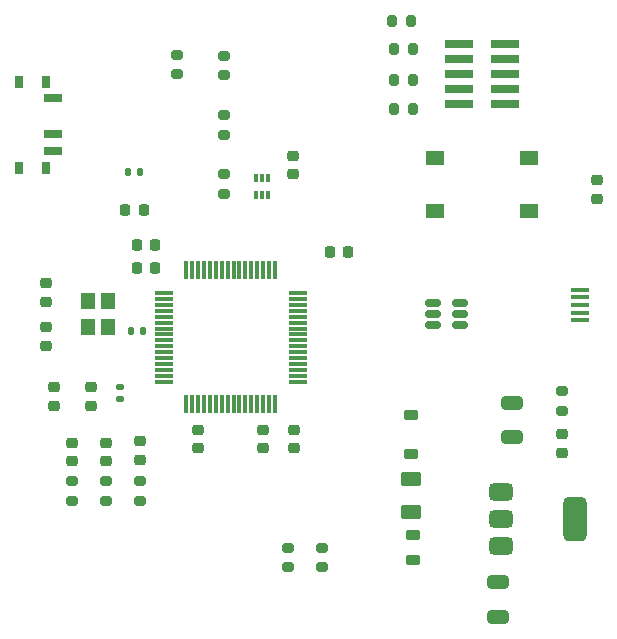
<source format=gbr>
%TF.GenerationSoftware,KiCad,Pcbnew,9.0.0*%
%TF.CreationDate,2025-03-16T21:38:05-04:00*%
%TF.ProjectId,STM32_Dev_Board,53544d33-325f-4446-9576-5f426f617264,rev?*%
%TF.SameCoordinates,Original*%
%TF.FileFunction,Paste,Top*%
%TF.FilePolarity,Positive*%
%FSLAX46Y46*%
G04 Gerber Fmt 4.6, Leading zero omitted, Abs format (unit mm)*
G04 Created by KiCad (PCBNEW 9.0.0) date 2025-03-16 21:38:05*
%MOMM*%
%LPD*%
G01*
G04 APERTURE LIST*
G04 Aperture macros list*
%AMRoundRect*
0 Rectangle with rounded corners*
0 $1 Rounding radius*
0 $2 $3 $4 $5 $6 $7 $8 $9 X,Y pos of 4 corners*
0 Add a 4 corners polygon primitive as box body*
4,1,4,$2,$3,$4,$5,$6,$7,$8,$9,$2,$3,0*
0 Add four circle primitives for the rounded corners*
1,1,$1+$1,$2,$3*
1,1,$1+$1,$4,$5*
1,1,$1+$1,$6,$7*
1,1,$1+$1,$8,$9*
0 Add four rect primitives between the rounded corners*
20,1,$1+$1,$2,$3,$4,$5,0*
20,1,$1+$1,$4,$5,$6,$7,0*
20,1,$1+$1,$6,$7,$8,$9,0*
20,1,$1+$1,$8,$9,$2,$3,0*%
G04 Aperture macros list end*
%ADD10RoundRect,0.200000X-0.275000X0.200000X-0.275000X-0.200000X0.275000X-0.200000X0.275000X0.200000X0*%
%ADD11RoundRect,0.225000X0.225000X0.250000X-0.225000X0.250000X-0.225000X-0.250000X0.225000X-0.250000X0*%
%ADD12RoundRect,0.225000X-0.250000X0.225000X-0.250000X-0.225000X0.250000X-0.225000X0.250000X0.225000X0*%
%ADD13RoundRect,0.135000X0.135000X0.185000X-0.135000X0.185000X-0.135000X-0.185000X0.135000X-0.185000X0*%
%ADD14RoundRect,0.075000X-0.700000X-0.075000X0.700000X-0.075000X0.700000X0.075000X-0.700000X0.075000X0*%
%ADD15RoundRect,0.075000X-0.075000X-0.700000X0.075000X-0.700000X0.075000X0.700000X-0.075000X0.700000X0*%
%ADD16RoundRect,0.218750X0.256250X-0.218750X0.256250X0.218750X-0.256250X0.218750X-0.256250X-0.218750X0*%
%ADD17RoundRect,0.250000X-0.625000X0.375000X-0.625000X-0.375000X0.625000X-0.375000X0.625000X0.375000X0*%
%ADD18RoundRect,0.225000X0.375000X-0.225000X0.375000X0.225000X-0.375000X0.225000X-0.375000X-0.225000X0*%
%ADD19RoundRect,0.200000X0.275000X-0.200000X0.275000X0.200000X-0.275000X0.200000X-0.275000X-0.200000X0*%
%ADD20RoundRect,0.087500X0.087500X-0.250000X0.087500X0.250000X-0.087500X0.250000X-0.087500X-0.250000X0*%
%ADD21R,1.550000X1.300000*%
%ADD22RoundRect,0.375000X-0.625000X-0.375000X0.625000X-0.375000X0.625000X0.375000X-0.625000X0.375000X0*%
%ADD23RoundRect,0.500000X-0.500000X-1.400000X0.500000X-1.400000X0.500000X1.400000X-0.500000X1.400000X0*%
%ADD24RoundRect,0.200000X0.200000X0.275000X-0.200000X0.275000X-0.200000X-0.275000X0.200000X-0.275000X0*%
%ADD25RoundRect,0.218750X-0.256250X0.218750X-0.256250X-0.218750X0.256250X-0.218750X0.256250X0.218750X0*%
%ADD26RoundRect,0.150000X0.512500X0.150000X-0.512500X0.150000X-0.512500X-0.150000X0.512500X-0.150000X0*%
%ADD27RoundRect,0.147500X0.172500X-0.147500X0.172500X0.147500X-0.172500X0.147500X-0.172500X-0.147500X0*%
%ADD28R,1.500000X0.450000*%
%ADD29RoundRect,0.250000X-0.650000X0.325000X-0.650000X-0.325000X0.650000X-0.325000X0.650000X0.325000X0*%
%ADD30RoundRect,0.218750X-0.381250X0.218750X-0.381250X-0.218750X0.381250X-0.218750X0.381250X0.218750X0*%
%ADD31R,2.400000X0.740000*%
%ADD32RoundRect,0.250000X0.650000X-0.325000X0.650000X0.325000X-0.650000X0.325000X-0.650000X-0.325000X0*%
%ADD33RoundRect,0.225000X0.250000X-0.225000X0.250000X0.225000X-0.250000X0.225000X-0.250000X-0.225000X0*%
%ADD34R,0.800000X1.000000*%
%ADD35R,1.500000X0.700000*%
%ADD36R,1.200000X1.400000*%
%ADD37RoundRect,0.225000X-0.225000X-0.250000X0.225000X-0.250000X0.225000X0.250000X-0.225000X0.250000X0*%
G04 APERTURE END LIST*
D10*
%TO.C,R5*%
X121500000Y-128187500D03*
X121500000Y-129837500D03*
%TD*%
D11*
%TO.C,C7*%
X128575000Y-108200000D03*
X127025000Y-108200000D03*
%TD*%
D12*
%TO.C,C11*%
X120000000Y-120225000D03*
X120000000Y-121775000D03*
%TD*%
D10*
%TO.C,R2*%
X134400000Y-102175000D03*
X134400000Y-103825000D03*
%TD*%
D13*
%TO.C,R4*%
X127510000Y-115500000D03*
X126490000Y-115500000D03*
%TD*%
D14*
%TO.C,U5*%
X129275000Y-112250000D03*
X129275000Y-112750000D03*
X129275000Y-113250000D03*
X129275000Y-113750000D03*
X129275000Y-114250000D03*
X129275000Y-114750000D03*
X129275000Y-115250000D03*
X129275000Y-115750000D03*
X129275000Y-116250000D03*
X129275000Y-116750000D03*
X129275000Y-117250000D03*
X129275000Y-117750000D03*
X129275000Y-118250000D03*
X129275000Y-118750000D03*
X129275000Y-119250000D03*
X129275000Y-119750000D03*
D15*
X131200000Y-121675000D03*
X131700000Y-121675000D03*
X132200000Y-121675000D03*
X132700000Y-121675000D03*
X133200000Y-121675000D03*
X133700000Y-121675000D03*
X134200000Y-121675000D03*
X134700000Y-121675000D03*
X135200000Y-121675000D03*
X135700000Y-121675000D03*
X136200000Y-121675000D03*
X136700000Y-121675000D03*
X137200000Y-121675000D03*
X137700000Y-121675000D03*
X138200000Y-121675000D03*
X138700000Y-121675000D03*
D14*
X140625000Y-119750000D03*
X140625000Y-119250000D03*
X140625000Y-118750000D03*
X140625000Y-118250000D03*
X140625000Y-117750000D03*
X140625000Y-117250000D03*
X140625000Y-116750000D03*
X140625000Y-116250000D03*
X140625000Y-115750000D03*
X140625000Y-115250000D03*
X140625000Y-114750000D03*
X140625000Y-114250000D03*
X140625000Y-113750000D03*
X140625000Y-113250000D03*
X140625000Y-112750000D03*
X140625000Y-112250000D03*
D15*
X138700000Y-110325000D03*
X138200000Y-110325000D03*
X137700000Y-110325000D03*
X137200000Y-110325000D03*
X136700000Y-110325000D03*
X136200000Y-110325000D03*
X135700000Y-110325000D03*
X135200000Y-110325000D03*
X134700000Y-110325000D03*
X134200000Y-110325000D03*
X133700000Y-110325000D03*
X133200000Y-110325000D03*
X132700000Y-110325000D03*
X132200000Y-110325000D03*
X131700000Y-110325000D03*
X131200000Y-110325000D03*
%TD*%
D16*
%TO.C,D1*%
X121500000Y-126500000D03*
X121500000Y-124925000D03*
%TD*%
D13*
%TO.C,R3*%
X127310000Y-102000000D03*
X126290000Y-102000000D03*
%TD*%
D10*
%TO.C,R16*%
X142700000Y-133800000D03*
X142700000Y-135450000D03*
%TD*%
D17*
%TO.C,F1*%
X150250000Y-128000000D03*
X150250000Y-130800000D03*
%TD*%
D18*
%TO.C,D2*%
X150200000Y-125850000D03*
X150200000Y-122550000D03*
%TD*%
D19*
%TO.C,R11*%
X130400000Y-93725000D03*
X130400000Y-92075000D03*
%TD*%
D20*
%TO.C,U2*%
X137100000Y-103912500D03*
X137600000Y-103912500D03*
X138100000Y-103912500D03*
X138100000Y-102487500D03*
X137600000Y-102487500D03*
X137100000Y-102487500D03*
%TD*%
D21*
%TO.C,SW2*%
X160175000Y-105320000D03*
X152225000Y-105320000D03*
X160175000Y-100820000D03*
X152225000Y-100820000D03*
%TD*%
D19*
%TO.C,R12*%
X134400000Y-93825000D03*
X134400000Y-92175000D03*
%TD*%
D12*
%TO.C,C14*%
X166000000Y-102695000D03*
X166000000Y-104245000D03*
%TD*%
D10*
%TO.C,R13*%
X127300000Y-128175000D03*
X127300000Y-129825000D03*
%TD*%
%TO.C,R15*%
X139800000Y-133800000D03*
X139800000Y-135450000D03*
%TD*%
D12*
%TO.C,C17*%
X137700000Y-123825000D03*
X137700000Y-125375000D03*
%TD*%
D22*
%TO.C,U3*%
X157800000Y-129100000D03*
X157800000Y-131400000D03*
D23*
X164100000Y-131400000D03*
D22*
X157800000Y-133700000D03*
%TD*%
D24*
%TO.C,R6*%
X150425000Y-96670000D03*
X148775000Y-96670000D03*
%TD*%
%TO.C,R7*%
X150400000Y-94170000D03*
X148750000Y-94170000D03*
%TD*%
D25*
%TO.C,D4*%
X163000000Y-124212500D03*
X163000000Y-125787500D03*
%TD*%
D12*
%TO.C,C10*%
X123100000Y-120225000D03*
X123100000Y-121775000D03*
%TD*%
D26*
%TO.C,U4*%
X154337500Y-114950000D03*
X154337500Y-114000000D03*
X154337500Y-113050000D03*
X152062500Y-113050000D03*
X152062500Y-114000000D03*
X152062500Y-114950000D03*
%TD*%
D27*
%TO.C,L1*%
X125600000Y-121185000D03*
X125600000Y-120215000D03*
%TD*%
D24*
%TO.C,R8*%
X150400000Y-91570000D03*
X148750000Y-91570000D03*
%TD*%
D28*
%TO.C,J2*%
X164500000Y-114550000D03*
X164500000Y-113900000D03*
X164500000Y-113250000D03*
X164500000Y-112600000D03*
X164500000Y-111950000D03*
%TD*%
D12*
%TO.C,C12*%
X140200000Y-100625000D03*
X140200000Y-102175000D03*
%TD*%
D29*
%TO.C,C15*%
X157600000Y-136725000D03*
X157600000Y-139675000D03*
%TD*%
D30*
%TO.C,FB1*%
X150400000Y-132737500D03*
X150400000Y-134862500D03*
%TD*%
D31*
%TO.C,J1*%
X158150000Y-96210000D03*
X154250000Y-96210000D03*
X158150000Y-94940000D03*
X154250000Y-94940000D03*
X158150000Y-93670000D03*
X154250000Y-93670000D03*
X158150000Y-92400000D03*
X154250000Y-92400000D03*
X158150000Y-91130000D03*
X154250000Y-91130000D03*
%TD*%
D11*
%TO.C,C8*%
X128575000Y-110100000D03*
X127025000Y-110100000D03*
%TD*%
D32*
%TO.C,C16*%
X158800000Y-124475000D03*
X158800000Y-121525000D03*
%TD*%
D19*
%TO.C,R14*%
X163000000Y-122225000D03*
X163000000Y-120575000D03*
%TD*%
D12*
%TO.C,C5*%
X140300000Y-123825000D03*
X140300000Y-125375000D03*
%TD*%
%TO.C,C9*%
X119300000Y-111425000D03*
X119300000Y-112975000D03*
%TD*%
D16*
%TO.C,D3*%
X124400000Y-126487500D03*
X124400000Y-124912500D03*
%TD*%
D11*
%TO.C,C1*%
X127575000Y-105200000D03*
X126025000Y-105200000D03*
%TD*%
D24*
%TO.C,R9*%
X150250000Y-89200000D03*
X148600000Y-89200000D03*
%TD*%
D16*
%TO.C,D5*%
X127300000Y-126387500D03*
X127300000Y-124812500D03*
%TD*%
D33*
%TO.C,C13*%
X119300000Y-116700000D03*
X119300000Y-115150000D03*
%TD*%
D34*
%TO.C,SW1*%
X119280000Y-94350000D03*
X117070000Y-94350000D03*
X119280000Y-101650000D03*
X117070000Y-101650000D03*
D35*
X119930000Y-95750000D03*
X119930000Y-98750000D03*
X119930000Y-100250000D03*
%TD*%
D19*
%TO.C,R1*%
X134400000Y-98825000D03*
X134400000Y-97175000D03*
%TD*%
D36*
%TO.C,Y1*%
X122850000Y-112900000D03*
X122850000Y-115100000D03*
X124550000Y-115100000D03*
X124550000Y-112900000D03*
%TD*%
D12*
%TO.C,C3*%
X132200000Y-123825000D03*
X132200000Y-125375000D03*
%TD*%
D10*
%TO.C,R10*%
X124400000Y-128175000D03*
X124400000Y-129825000D03*
%TD*%
D37*
%TO.C,C6*%
X143375000Y-108750000D03*
X144925000Y-108750000D03*
%TD*%
M02*

</source>
